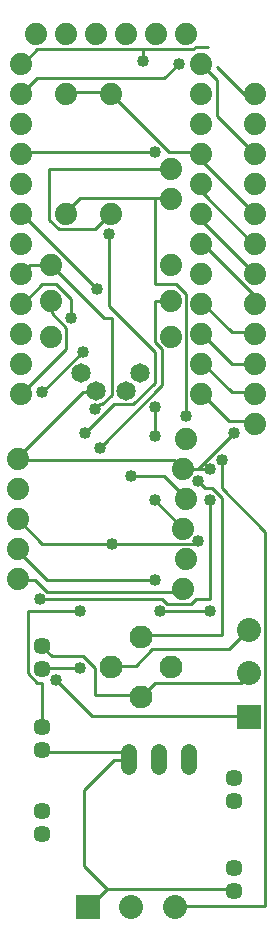
<source format=gbl>
G75*
G70*
%OFA0B0*%
%FSLAX24Y24*%
%IPPOS*%
%LPD*%
%AMOC8*
5,1,8,0,0,1.08239X$1,22.5*
%
%ADD10C,0.0740*%
%ADD11C,0.0570*%
%ADD12C,0.0760*%
%ADD13R,0.0800X0.0800*%
%ADD14C,0.0800*%
%ADD15C,0.0520*%
%ADD16C,0.0650*%
%ADD17C,0.0100*%
%ADD18C,0.0400*%
D10*
X004440Y012467D03*
X004440Y013467D03*
X004440Y014467D03*
X004440Y015467D03*
X004440Y016467D03*
X004550Y018657D03*
X004550Y019657D03*
X004550Y020657D03*
X004550Y021657D03*
X004550Y022657D03*
X004550Y023657D03*
X004550Y024657D03*
X004550Y025657D03*
X004550Y026657D03*
X004550Y027657D03*
X004550Y028657D03*
X004550Y029657D03*
X005050Y030657D03*
X006050Y030657D03*
X006050Y028657D03*
X007050Y030657D03*
X007550Y028657D03*
X008050Y030657D03*
X009050Y030657D03*
X010050Y030657D03*
X010550Y029657D03*
X010550Y028657D03*
X010550Y027657D03*
X010550Y026657D03*
X010550Y025657D03*
X010550Y024657D03*
X010550Y023657D03*
X010550Y022657D03*
X010550Y021657D03*
X010550Y020657D03*
X010550Y019657D03*
X010550Y018657D03*
X010050Y017157D03*
X009950Y016157D03*
X010050Y015157D03*
X009950Y014157D03*
X010050Y013157D03*
X009950Y012157D03*
X012350Y017657D03*
X012350Y018657D03*
X012350Y019657D03*
X012350Y020657D03*
X012350Y021657D03*
X012350Y022657D03*
X012350Y023657D03*
X012350Y024657D03*
X012350Y025657D03*
X012350Y026657D03*
X012350Y027657D03*
X012350Y028657D03*
X009550Y026157D03*
X009550Y025157D03*
X009550Y022957D03*
X009550Y021757D03*
X009550Y020557D03*
X007550Y024657D03*
X006050Y024657D03*
X005550Y022957D03*
X005550Y021757D03*
X005550Y020557D03*
D11*
X005250Y010251D03*
X005250Y009464D03*
X005250Y007551D03*
X005250Y006764D03*
X005250Y004751D03*
X005250Y003964D03*
X011650Y005064D03*
X011650Y005851D03*
X011650Y002851D03*
X011650Y002064D03*
D12*
X008550Y008557D03*
X008550Y010557D03*
X007550Y009557D03*
X009550Y009557D03*
D13*
X012150Y007887D03*
X006780Y001557D03*
D14*
X008228Y001557D03*
X009676Y001557D03*
X012150Y009335D03*
X012150Y010783D03*
D15*
X010150Y006717D02*
X010150Y006197D01*
X009150Y006197D02*
X009150Y006717D01*
X008150Y006717D02*
X008150Y006197D01*
D16*
X008050Y018757D03*
X008534Y019357D03*
X007050Y018757D03*
X006566Y019357D03*
D17*
X004770Y009337D02*
X005090Y009017D01*
X005250Y009017D01*
X005250Y007551D01*
X005250Y006764D02*
X005250Y006697D01*
X007890Y006697D01*
X008130Y006457D01*
X007650Y006457D01*
X006650Y005457D01*
X006650Y002897D01*
X007410Y002137D01*
X006850Y001577D01*
X006780Y001557D01*
X007410Y002137D02*
X011650Y002137D01*
X011650Y002064D01*
X012690Y001577D02*
X009730Y001577D01*
X009676Y001557D01*
X008150Y006457D02*
X008130Y006457D01*
X008550Y008557D02*
X008530Y008617D01*
X007010Y008617D01*
X007010Y009497D01*
X006610Y009897D01*
X005570Y009897D01*
X005250Y010217D01*
X005250Y010251D01*
X005250Y009497D02*
X005250Y009464D01*
X005250Y009497D02*
X006530Y009497D01*
X005730Y009097D02*
X006930Y007897D01*
X012130Y007897D01*
X012150Y007887D01*
X011890Y009017D02*
X012130Y009257D01*
X012150Y009335D01*
X011890Y009017D02*
X009010Y009017D01*
X008550Y008557D01*
X008370Y009577D02*
X007570Y009577D01*
X007550Y009557D01*
X008370Y009577D02*
X008930Y010137D01*
X011490Y010137D01*
X012130Y010777D01*
X012150Y010783D01*
X011250Y010617D02*
X008610Y010617D01*
X008550Y010557D01*
X009170Y011417D02*
X010850Y011417D01*
X010850Y011817D02*
X010370Y011817D01*
X010210Y011657D01*
X009410Y011657D01*
X009250Y011817D01*
X005170Y011817D01*
X005410Y012057D02*
X005010Y012457D01*
X004450Y012457D01*
X004440Y012467D01*
X004450Y013417D02*
X004440Y013467D01*
X004450Y013417D02*
X005410Y012457D01*
X009010Y012457D01*
X009810Y012057D02*
X005410Y012057D01*
X004770Y011417D02*
X006530Y011417D01*
X007570Y013657D02*
X010370Y013657D01*
X010450Y013737D01*
X009950Y014157D02*
X009010Y015097D01*
X009330Y015897D02*
X008210Y015897D01*
X009010Y017257D02*
X009010Y018217D01*
X009250Y018937D02*
X009250Y020137D01*
X009010Y020377D01*
X009010Y021737D01*
X009490Y021737D01*
X009550Y021757D01*
X010050Y021977D02*
X009730Y022297D01*
X009010Y022297D01*
X009010Y025177D01*
X006530Y025177D01*
X006050Y024697D01*
X006050Y024657D01*
X005810Y024137D02*
X005490Y024457D01*
X005490Y026137D01*
X009490Y026137D01*
X009550Y026157D01*
X009490Y026697D02*
X010530Y026697D01*
X010550Y026657D01*
X010610Y026617D01*
X010610Y026377D01*
X012290Y024697D01*
X012350Y024657D01*
X012350Y023657D02*
X012290Y023657D01*
X010610Y025337D01*
X010610Y025657D01*
X010550Y025657D01*
X010550Y024657D02*
X010610Y024617D01*
X010610Y024377D01*
X012290Y022697D01*
X012350Y022657D01*
X012290Y021977D02*
X012290Y021657D01*
X012350Y021657D01*
X012290Y021977D02*
X010610Y023657D01*
X010550Y023657D01*
X010050Y021977D02*
X010050Y017897D01*
X010550Y018657D02*
X010610Y018617D01*
X011490Y017737D01*
X012210Y017737D01*
X012290Y017657D01*
X012350Y017657D01*
X012350Y018657D02*
X012290Y018697D01*
X011570Y018697D01*
X010610Y019657D01*
X010550Y019657D01*
X010610Y020617D02*
X010550Y020657D01*
X010610Y020617D02*
X011570Y019657D01*
X012350Y019657D01*
X012350Y020657D02*
X012290Y020697D01*
X011570Y020697D01*
X010610Y021657D01*
X010550Y021657D01*
X009250Y018937D02*
X007170Y016857D01*
X006690Y017337D02*
X007650Y018297D01*
X008290Y018297D01*
X009010Y019017D01*
X009010Y020057D01*
X007490Y021577D01*
X007490Y023977D01*
X007010Y024137D02*
X007490Y024617D01*
X007550Y024657D01*
X007010Y024137D02*
X005810Y024137D01*
X005550Y022957D02*
X005490Y022937D01*
X004850Y022937D01*
X004610Y022697D01*
X004550Y022657D01*
X005250Y022297D02*
X004610Y021657D01*
X004550Y021657D01*
X005250Y022297D02*
X005730Y022297D01*
X006210Y021817D01*
X006210Y021177D01*
X006050Y020857D02*
X005570Y021337D01*
X005570Y021737D01*
X005550Y021757D01*
X006050Y020857D02*
X006050Y020137D01*
X004610Y018697D01*
X004550Y018657D01*
X005250Y018697D02*
X006610Y020057D01*
X006610Y018697D02*
X007010Y018697D01*
X007050Y018757D01*
X007170Y018297D02*
X007010Y018137D01*
X007170Y018297D02*
X007250Y018297D01*
X007570Y018617D01*
X007570Y021177D01*
X007330Y021177D01*
X005550Y022957D01*
X007090Y022137D02*
X004610Y024617D01*
X004550Y024657D01*
X004550Y026657D02*
X004610Y026697D01*
X009010Y026697D01*
X009490Y026697D02*
X007570Y028617D01*
X007550Y028657D01*
X007490Y028697D01*
X006050Y028697D01*
X006050Y028657D01*
X005090Y029177D02*
X004610Y028697D01*
X004550Y028657D01*
X005090Y029177D02*
X009330Y029177D01*
X009810Y029657D01*
X010290Y030137D02*
X010370Y030217D01*
X010770Y030217D01*
X010610Y029657D02*
X010550Y029657D01*
X010540Y029657D02*
X010575Y029622D01*
X010610Y029657D01*
X010575Y029622D02*
X011090Y029107D01*
X011090Y027897D01*
X012290Y026697D01*
X012350Y026657D01*
X012350Y028657D02*
X011990Y028657D01*
X011090Y029557D01*
X010290Y030137D02*
X008610Y030137D01*
X008610Y029737D01*
X008610Y030137D02*
X005090Y030137D01*
X004610Y029657D01*
X004550Y029657D01*
X009010Y025177D02*
X009490Y025177D01*
X009550Y025157D01*
X006610Y018697D02*
X004450Y016537D01*
X004440Y016467D01*
X004450Y016457D01*
X009650Y016457D01*
X009950Y016157D01*
X009970Y016137D01*
X010450Y016137D01*
X011650Y017337D01*
X011250Y016457D02*
X011250Y015497D01*
X012690Y014057D01*
X012690Y001577D01*
X011250Y010617D02*
X011250Y015177D01*
X010930Y015497D01*
X010690Y015497D01*
X010450Y015737D01*
X010450Y016137D02*
X010850Y016137D01*
X010850Y015097D02*
X010850Y011817D01*
X009950Y012157D02*
X009890Y012137D01*
X009810Y012057D01*
X010050Y015157D02*
X010050Y015177D01*
X009330Y015897D01*
X007570Y013657D02*
X005250Y013657D01*
X004440Y014467D01*
X004770Y011417D02*
X004770Y009337D01*
D18*
X005730Y009097D03*
X006530Y009497D03*
X006530Y011417D03*
X007570Y013657D03*
X008210Y015897D03*
X009010Y015097D03*
X009010Y017257D03*
X009010Y018217D03*
X010050Y017897D03*
X010850Y016137D03*
X011250Y016457D03*
X011650Y017337D03*
X010850Y015097D03*
X010450Y015737D03*
X010450Y013737D03*
X010850Y011417D03*
X009170Y011417D03*
X009010Y012457D03*
X007170Y016857D03*
X006690Y017337D03*
X007010Y018137D03*
X006610Y020057D03*
X006210Y021177D03*
X007090Y022137D03*
X007490Y023977D03*
X009010Y026697D03*
X009810Y029657D03*
X008610Y029737D03*
X005250Y018697D03*
X005170Y011817D03*
M02*

</source>
